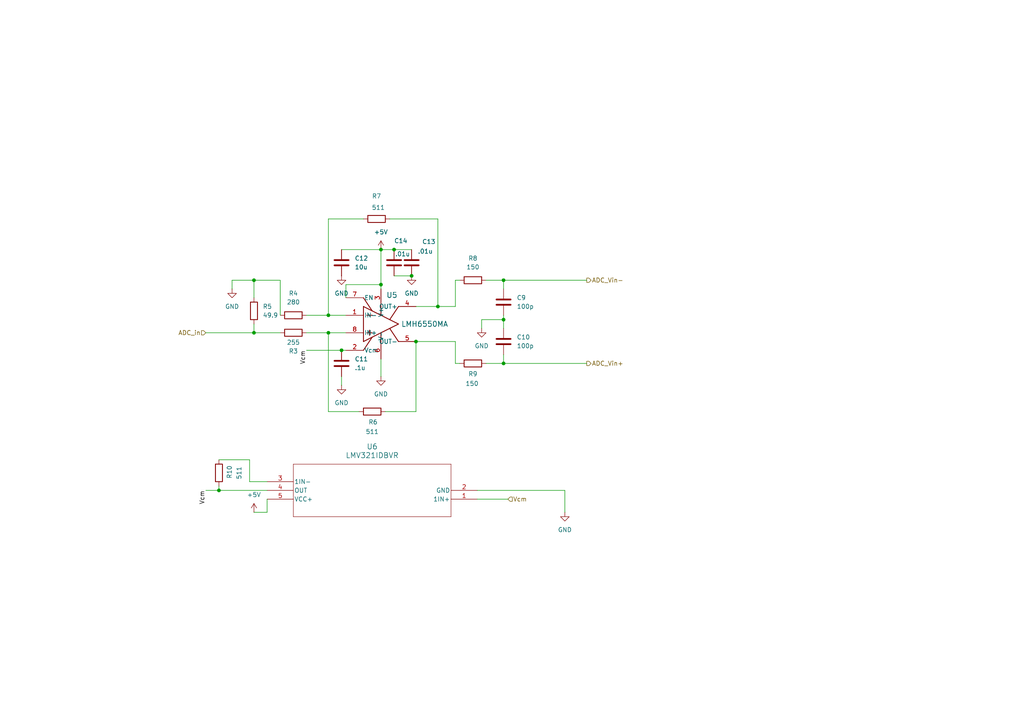
<source format=kicad_sch>
(kicad_sch (version 20250114) (generator "eeschema") (generator_version "9.0")
  (paper "A4")
  (lib_symbols
    (symbol "Device:C" (pin_numbers (hide yes)) (pin_names (offset 0.254))
      (property "Reference" "C" (at 0.635 2.54 0))
      (property "Value" "C" (at 0.635 -2.54 0))
      (symbol "C_0_1"
        (polyline (pts (xy -2.032 0.762) (xy 2.032 0.762)) (stroke (width 0.508)))
        (polyline (pts (xy -2.032 -0.762) (xy 2.032 -0.762)) (stroke (width 0.508)))
      )
      (symbol "C_1_1"
        (pin passive line (at 0 3.81 270) (length 2.794) (name "~") (number "1"))
        (pin passive line (at 0 -3.81 90) (length 2.794) (name "~") (number "2"))
      )
    )
    (symbol "Device:R" (pin_numbers (hide yes)) (pin_names (offset 0))
      (property "Reference" "R" (at 2.032 0 90))
      (property "Value" "R" (at 0 0 90))
      (symbol "R_0_1"
        (rectangle (start -1.016 -2.54) (end 1.016 2.54) (stroke (width 0.254)))
      )
      (symbol "R_1_1"
        (pin passive line (at 0 3.81 270) (length 1.27) (name "~") (number "1"))
        (pin passive line (at 0 -3.81 90) (length 1.27) (name "~") (number "2"))
      )
    )
    (symbol "Differential_OpAmp:LMH6550MA" (pin_names (offset 0.254))
      (property "Reference" "U" (at 15.494 10.16 0))
      (property "Value" "LMH6550MA" (at 0 0 0))
      (symbol "LMH6550MA_0_1"
        (polyline (pts (xy -5.08 7.62) (xy -2.54 3.81)) (stroke (width 0.254)))
        (polyline (pts (xy -5.08 5.08) (xy -5.08 -5.08)) (stroke (width 0.254)))
        (polyline (pts (xy -5.08 5.08) (xy 5.08 0)) (stroke (width 0.254)))
        (polyline (pts (xy -5.08 -5.08) (xy 5.08 0)) (stroke (width 0.254)))
        (polyline (pts (xy -5.08 -7.62) (xy -2.54 -3.81)) (stroke (width 0.254)))
        (polyline (pts (xy -4.064 2.54) (xy -2.54 2.54)) (stroke (width 0.254)))
        (polyline (pts (xy -4.064 -2.54) (xy -2.54 -2.54)) (stroke (width 0.254)))
        (polyline (pts (xy -3.302 -1.778) (xy -3.302 -3.302)) (stroke (width 0.254)))
        (polyline (pts (xy 0 5.08) (xy 0 2.54)) (stroke (width 0.254)))
        (polyline (pts (xy 0 -2.54) (xy 0 -5.08)) (stroke (width 0.254)))
        (polyline (pts (xy 2.54 1.27) (xy 5.08 5.08)) (stroke (width 0.254)))
        (polyline (pts (xy 2.54 -1.27) (xy 5.08 -5.08)) (stroke (width 0.254)))
        (pin passive line (at -10.16 7.62 0) (length 5.08) (name "EN") (number "7"))
        (pin input line (at -10.16 2.54 0) (length 5.08) (name "IN-") (number "1"))
        (pin input line (at -10.16 -2.54 0) (length 5.08) (name "IN+") (number "8"))
        (pin input line (at -10.16 -7.62 0) (length 5.08) (name "Vcm") (number "2"))
        (pin power_in line (at 0 10.16 270) (length 5.08) (name "V+") (number "3"))
        (pin power_in line (at 0 -10.16 90) (length 5.08) (name "V-") (number "6"))
        (pin output line (at 10.16 5.08 180) (length 5.08) (name "OUT+") (number "4"))
        (pin output line (at 10.16 -5.08 180) (length 5.08) (name "OUT-") (number "5"))
      )
    )
    (symbol "LMV321:LMV321IDBVR" (pin_names (offset 0.254))
      (property "Reference" "U" (at 30.48 10.16 0))
      (property "Value" "LMV321IDBVR" (at 30.48 7.62 0))
      (symbol "LMV321IDBVR_0_1"
        (polyline (pts (xy 7.62 5.08) (xy 7.62 -10.16)) (stroke (width 0.127)))
        (polyline (pts (xy 7.62 -10.16) (xy 53.34 -10.16)) (stroke (width 0.127)))
        (polyline (pts (xy 53.34 5.08) (xy 7.62 5.08)) (stroke (width 0.127)))
        (polyline (pts (xy 53.34 -10.16) (xy 53.34 5.08)) (stroke (width 0.127)))
        (pin input line (at 0 0 0) (length 7.62) (name "1IN+") (number "1"))
        (pin power_in line (at 0 -2.54 0) (length 7.62) (name "GND") (number "2"))
        (pin power_in line (at 60.96 0 180) (length 7.62) (name "VCC+") (number "5"))
        (pin output line (at 60.96 -2.54 180) (length 7.62) (name "OUT") (number "4"))
        (pin input line (at 60.96 -5.08 180) (length 7.62) (name "1IN-") (number "3"))
      )
    )
    (symbol "power:+5V" (power) (pin_numbers (hide yes)) (pin_names (offset 0) (hide yes))
      (property "Value" "+5V" (at 0 3.556 0))
      (symbol "+5V_0_1"
        (polyline (pts (xy -0.762 1.27) (xy 0 2.54)))
        (polyline (pts (xy 0 2.54) (xy 0.762 1.27)))
        (polyline (pts (xy 0 0) (xy 0 2.54)))
      )
      (symbol "+5V_1_1"
        (pin power_in line (at 0 0 90) (length 0) (name "~") (number "1"))
      )
    )
    (symbol "power:GND" (power) (pin_numbers (hide yes)) (pin_names (offset 0) (hide yes))
      (property "Value" "GND" (at 0 -3.81 0))
      (symbol "GND_0_1"
        (polyline (pts (xy 0 0) (xy 0 -1.27) (xy 1.27 -1.27) (xy 0 -2.54) (xy -1.27 -1.27) (xy 0 -1.27)))
      )
      (symbol "GND_1_1"
        (pin power_in line (at 0 0 270) (length 0) (name "~") (number "1"))
      )
    )
  )
  (junction (at 110.49 72.39))
  (junction (at 119.38 80.01))
  (junction (at 110.49 82.55))
  (junction (at 99.06 101.6))
  (junction (at 73.66 81.28))
  (junction (at 73.66 96.52))
  (junction (at 114.3 72.39))
  (junction (at 146.05 105.41))
  (junction (at 146.05 92.71))
  (junction (at 63.5 142.24))
  (junction (at 127 88.9))
  (junction (at 120.65 99.06))
  (junction (at 95.25 91.44))
  (junction (at 95.25 96.52))
  (junction (at 146.05 81.28))
  (wire (pts (xy 59.69 142.24) (xy 63.5 142.24)))
  (wire (pts (xy 139.7 95.25) (xy 139.7 92.71)))
  (wire (pts (xy 146.05 105.41) (xy 170.18 105.41)))
  (wire (pts (xy 138.43 144.78) (xy 147.32 144.78)))
  (wire (pts (xy 88.9 96.52) (xy 95.25 96.52)))
  (wire (pts (xy 67.31 81.28) (xy 73.66 81.28)))
  (wire (pts (xy 95.25 96.52) (xy 100.33 96.52)))
  (wire (pts (xy 146.05 83.82) (xy 146.05 81.28)))
  (wire (pts (xy 132.08 105.41) (xy 132.08 99.06)))
  (wire (pts (xy 127 88.9) (xy 132.08 88.9)))
  (wire (pts (xy 114.3 80.01) (xy 119.38 80.01)))
  (wire (pts (xy 81.28 81.28) (xy 81.28 91.44)))
  (wire (pts (xy 163.83 142.24) (xy 163.83 148.59)))
  (wire (pts (xy 132.08 105.41) (xy 133.35 105.41)))
  (wire (pts (xy 73.66 86.36) (xy 73.66 81.28)))
  (wire (pts (xy 120.65 119.38) (xy 111.76 119.38)))
  (wire (pts (xy 113.03 63.5) (xy 127 63.5)))
  (wire (pts (xy 95.25 63.5) (xy 95.25 91.44)))
  (wire (pts (xy 104.14 119.38) (xy 95.25 119.38)))
  (wire (pts (xy 72.39 133.35) (xy 72.39 139.7)))
  (wire (pts (xy 114.3 72.39) (xy 119.38 72.39)))
  (wire (pts (xy 99.06 72.39) (xy 110.49 72.39)))
  (wire (pts (xy 127 63.5) (xy 127 88.9)))
  (wire (pts (xy 132.08 81.28) (xy 132.08 88.9)))
  (wire (pts (xy 110.49 72.39) (xy 114.3 72.39)))
  (wire (pts (xy 110.49 82.55) (xy 110.49 83.82)))
  (wire (pts (xy 73.66 93.98) (xy 73.66 96.52)))
  (wire (pts (xy 132.08 99.06) (xy 120.65 99.06)))
  (wire (pts (xy 95.25 119.38) (xy 95.25 96.52)))
  (wire (pts (xy 146.05 92.71) (xy 146.05 95.25)))
  (wire (pts (xy 138.43 142.24) (xy 163.83 142.24)))
  (wire (pts (xy 110.49 72.39) (xy 110.49 82.55)))
  (wire (pts (xy 95.25 91.44) (xy 100.33 91.44)))
  (wire (pts (xy 110.49 104.14) (xy 110.49 109.22)))
  (wire (pts (xy 63.5 142.24) (xy 77.47 142.24)))
  (wire (pts (xy 146.05 105.41) (xy 146.05 102.87)))
  (wire (pts (xy 100.33 86.36) (xy 100.33 82.55)))
  (wire (pts (xy 132.08 81.28) (xy 133.35 81.28)))
  (wire (pts (xy 99.06 109.22) (xy 99.06 111.76)))
  (wire (pts (xy 140.97 105.41) (xy 146.05 105.41)))
  (wire (pts (xy 73.66 96.52) (xy 81.28 96.52)))
  (wire (pts (xy 73.66 81.28) (xy 81.28 81.28)))
  (wire (pts (xy 88.9 101.6) (xy 99.06 101.6)))
  (wire (pts (xy 67.31 83.82) (xy 67.31 81.28)))
  (wire (pts (xy 72.39 139.7) (xy 77.47 139.7)))
  (wire (pts (xy 146.05 91.44) (xy 146.05 92.71)))
  (wire (pts (xy 139.7 92.71) (xy 146.05 92.71)))
  (wire (pts (xy 146.05 81.28) (xy 140.97 81.28)))
  (wire (pts (xy 59.69 96.52) (xy 73.66 96.52)))
  (wire (pts (xy 105.41 63.5) (xy 95.25 63.5)))
  (wire (pts (xy 63.5 133.35) (xy 72.39 133.35)))
  (wire (pts (xy 77.47 148.59) (xy 73.66 148.59)))
  (wire (pts (xy 120.65 99.06) (xy 120.65 119.38)))
  (wire (pts (xy 99.06 101.6) (xy 100.33 101.6)))
  (wire (pts (xy 146.05 81.28) (xy 170.18 81.28)))
  (wire (pts (xy 127 88.9) (xy 120.65 88.9)))
  (wire (pts (xy 77.47 144.78) (xy 77.47 148.59)))
  (wire (pts (xy 88.9 91.44) (xy 95.25 91.44)))
  (wire (pts (xy 63.5 140.97) (xy 63.5 142.24)))
  (wire (pts (xy 100.33 82.55) (xy 110.49 82.55)))
  (label "Vcm" (at 88.9 101.6 270))
  (label "Vcm" (at 59.69 142.24 270))
  (hierarchical_label "ADC_Vin+" (shape output) (at 170.18 105.41 0))
  (hierarchical_label "Vcm" (shape input) (at 147.32 144.78 0))
  (hierarchical_label "ADC_in" (shape input) (at 59.69 96.52 180))
  (hierarchical_label "ADC_Vin-" (shape output) (at 170.18 81.28 0))
  (symbol (lib_id "power:GND") (at 99.06 111.76 0) (unit 1)
    (property "Reference" "#PWR018" (effects (hide yes)))
    (property "Value" "GND" (at 99.06 116.84 0))
    (property "Description" "Power symbol creates a global label with name \"GND\" , ground" (effects (hide yes)))
  )
  (symbol (lib_id "power:GND") (at 67.31 83.82 0) (unit 1)
    (property "Reference" "#PWR016" (effects (hide yes)))
    (property "Value" "GND" (at 67.31 88.9 0))
    (property "Description" "Power symbol creates a global label with name \"GND\" , ground" (effects (hide yes)))
  )
  (symbol (lib_id "Device:R") (at 85.09 91.44 90) (unit 1)
    (property "Reference" "R4" (at 85.09 85.09 90))
    (property "Value" "280" (at 85.09 87.63 90))
    (property "Description" "Resistor" (effects (hide yes)))
  )
  (symbol (lib_id "Device:C") (at 146.05 99.06 0) (unit 1)
    (property "Reference" "C10" (at 149.86 97.7899 0) (effects (justify left)))
    (property "Value" "100p" (at 149.86 100.3299 0) (effects (justify left)))
    (property "Description" "Unpolarized capacitor" (effects (hide yes)))
  )
  (symbol (lib_id "Device:C") (at 99.06 105.41 0) (unit 1)
    (property "Reference" "C11" (at 102.87 104.1399 0) (effects (justify left)))
    (property "Value" ".1u" (at 102.87 106.6799 0) (effects (justify left)))
    (property "Description" "Unpolarized capacitor" (effects (hide yes)))
  )
  (symbol (lib_id "power:GND") (at 99.06 80.01 0) (unit 1)
    (property "Reference" "#PWR019" (effects (hide yes)))
    (property "Value" "GND" (at 99.06 85.09 0))
    (property "Description" "Power symbol creates a global label with name \"GND\" , ground" (effects (hide yes)))
  )
  (symbol (lib_id "power:+5V") (at 110.49 72.39 0) (unit 1)
    (property "Reference" "#PWR028" (effects (hide yes)))
    (property "Value" "+5V" (at 110.49 67.31 0))
    (property "Description" "Power symbol creates a global label with name \"+5V\"" (effects (hide yes)))
  )
  (symbol (lib_id "power:GND") (at 119.38 80.01 0) (unit 1)
    (property "Reference" "#PWR020" (effects (hide yes)))
    (property "Value" "GND" (at 119.38 85.09 0))
    (property "Description" "Power symbol creates a global label with name \"GND\" , ground" (effects (hide yes)))
  )
  (symbol (lib_id "Device:C") (at 119.38 76.2 0) (unit 1)
    (property "Reference" "C13" (at 122.428 70.104 0) (effects (justify left)))
    (property "Value" ".01u" (at 121.158 72.898 0) (effects (justify left)))
    (property "Description" "Unpolarized capacitor" (effects (hide yes)))
  )
  (symbol (lib_id "Device:R") (at 85.09 96.52 90) (unit 1)
    (property "Reference" "R3" (at 85.09 101.854 90))
    (property "Value" "255" (at 85.09 99.314 90))
    (property "Description" "Resistor" (effects (hide yes)))
  )
  (symbol (lib_id "Device:C") (at 114.3 76.2 0) (unit 1)
    (property "Reference" "C14" (at 114.3 69.85 0) (effects (justify left)))
    (property "Value" ".01u" (at 114.554 73.66 0) (effects (justify left)))
    (property "Description" "Unpolarized capacitor" (effects (hide yes)))
  )
  (symbol (lib_id "power:GND") (at 139.7 95.25 0) (unit 1)
    (property "Reference" "#PWR017" (effects (hide yes)))
    (property "Value" "GND" (at 139.7 100.33 0))
    (property "Description" "Power symbol creates a global label with name \"GND\" , ground" (effects (hide yes)))
  )
  (symbol (lib_id "Differential_OpAmp:LMH6550MA") (at 110.49 93.98 0) (unit 1)
    (property "Reference" "U5" (at 112.014 85.598 0) (effects (font (size 1.524 1.524)) (justify left)))
    (property "Value" "LMH6550MA" (at 116.332 93.98 0) (effects (font (size 1.524 1.524)) (justify left)))
    (property "Footprint" "DIfferential_OpAmp:LMH6550-SOIC-8" (effects (hide yes)))
    (property "Datasheet" "https://www.ti.com/lit/gpn/lmh6550" (effects (hide yes)))
  )
  (symbol (lib_id "Device:R") (at 63.5 137.16 180) (unit 1)
    (property "Reference" "R10" (at 66.548 136.906 90))
    (property "Value" "511" (at 69.342 137.16 90))
    (property "Description" "Resistor" (effects (hide yes)))
  )
  (symbol (lib_id "Device:R") (at 73.66 90.17 0) (unit 1)
    (property "Reference" "R5" (at 76.2 88.8999 0) (effects (justify left)))
    (property "Value" "49.9" (at 76.2 91.4399 0) (effects (justify left)))
    (property "Description" "Resistor" (effects (hide yes)))
  )
  (symbol (lib_id "Device:C") (at 146.05 87.63 0) (unit 1)
    (property "Reference" "C9" (at 149.86 86.3599 0) (effects (justify left)))
    (property "Value" "100p" (at 149.86 88.8999 0) (effects (justify left)))
    (property "Description" "Unpolarized capacitor" (effects (hide yes)))
  )
  (symbol (lib_id "Device:R") (at 137.16 105.41 270) (unit 1)
    (property "Reference" "R9" (at 137.16 108.458 90))
    (property "Value" "150" (at 136.906 111.252 90))
    (property "Description" "Resistor" (effects (hide yes)))
  )
  (symbol (lib_id "Device:R") (at 137.16 81.28 90) (unit 1)
    (property "Reference" "R8" (at 137.16 74.93 90))
    (property "Value" "150" (at 137.16 77.47 90))
    (property "Description" "Resistor" (effects (hide yes)))
  )
  (symbol (lib_id "Device:C") (at 99.06 76.2 0) (unit 1)
    (property "Reference" "C12" (at 102.87 74.9299 0) (effects (justify left)))
    (property "Value" "10u" (at 102.87 77.4699 0) (effects (justify left)))
    (property "Description" "Unpolarized capacitor" (effects (hide yes)))
  )
  (symbol (lib_id "power:GND") (at 110.49 109.22 0) (unit 1)
    (property "Reference" "#PWR029" (effects (hide yes)))
    (property "Value" "GND" (at 110.49 114.3 0))
    (property "Description" "Power symbol creates a global label with name \"GND\" , ground" (effects (hide yes)))
  )
  (symbol (lib_id "power:GND") (at 163.83 148.59 0) (unit 1)
    (property "Reference" "#PWR030" (effects (hide yes)))
    (property "Value" "GND" (at 163.83 153.67 0))
    (property "Description" "Power symbol creates a global label with name \"GND\" , ground" (effects (hide yes)))
  )
  (symbol (lib_id "Device:R") (at 109.22 63.5 90) (unit 1)
    (property "Reference" "R7" (at 109.22 56.896 90))
    (property "Value" "511" (at 109.728 60.198 90))
    (property "Description" "Resistor" (effects (hide yes)))
  )
  (symbol (lib_id "power:+5V") (at 73.66 148.59 0) (unit 1)
    (property "Reference" "#PWR031" (effects (hide yes)))
    (property "Value" "+5V" (at 73.66 143.51 0))
    (property "Description" "Power symbol creates a global label with name \"+5V\"" (effects (hide yes)))
  )
  (symbol (lib_id "LMV321:LMV321IDBVR") (at 138.43 144.78 180) (unit 1)
    (property "Reference" "U6" (at 107.95 129.54 0) (effects (font (size 1.524 1.524))))
    (property "Value" "LMV321IDBVR" (at 107.95 132.08 0) (effects (font (size 1.524 1.524))))
    (property "Footprint" "LMV321:LMV321" (effects (hide yes)))
    (property "Datasheet" "https://www.ti.com/lit/gpn/lmv321" (effects (hide yes)))
  )
  (symbol (lib_id "Device:R") (at 107.95 119.38 90) (unit 1)
    (property "Reference" "R6" (at 108.204 122.428 90))
    (property "Value" "511" (at 107.95 125.222 90))
    (property "Description" "Resistor" (effects (hide yes)))
  )
)
</source>
